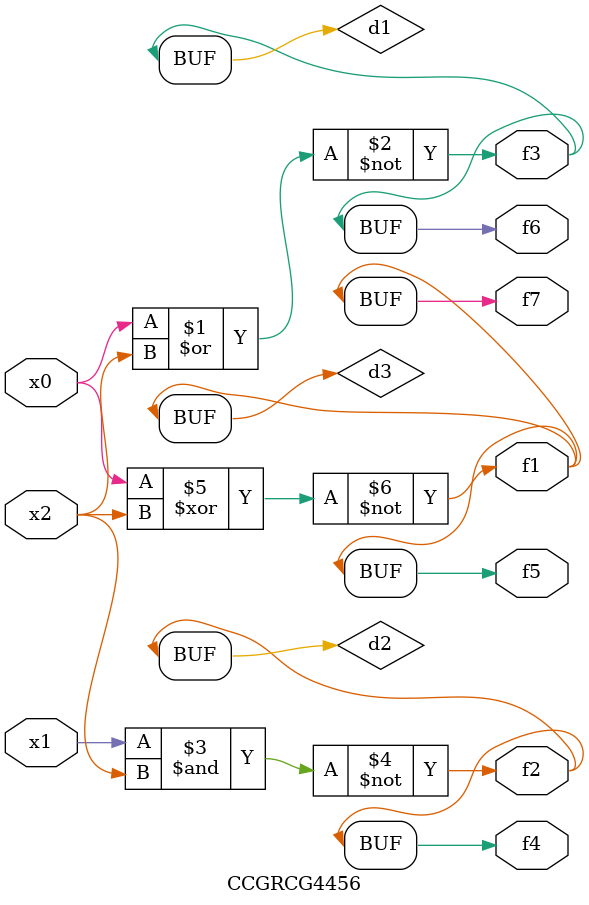
<source format=v>
module CCGRCG4456(
	input x0, x1, x2,
	output f1, f2, f3, f4, f5, f6, f7
);

	wire d1, d2, d3;

	nor (d1, x0, x2);
	nand (d2, x1, x2);
	xnor (d3, x0, x2);
	assign f1 = d3;
	assign f2 = d2;
	assign f3 = d1;
	assign f4 = d2;
	assign f5 = d3;
	assign f6 = d1;
	assign f7 = d3;
endmodule

</source>
